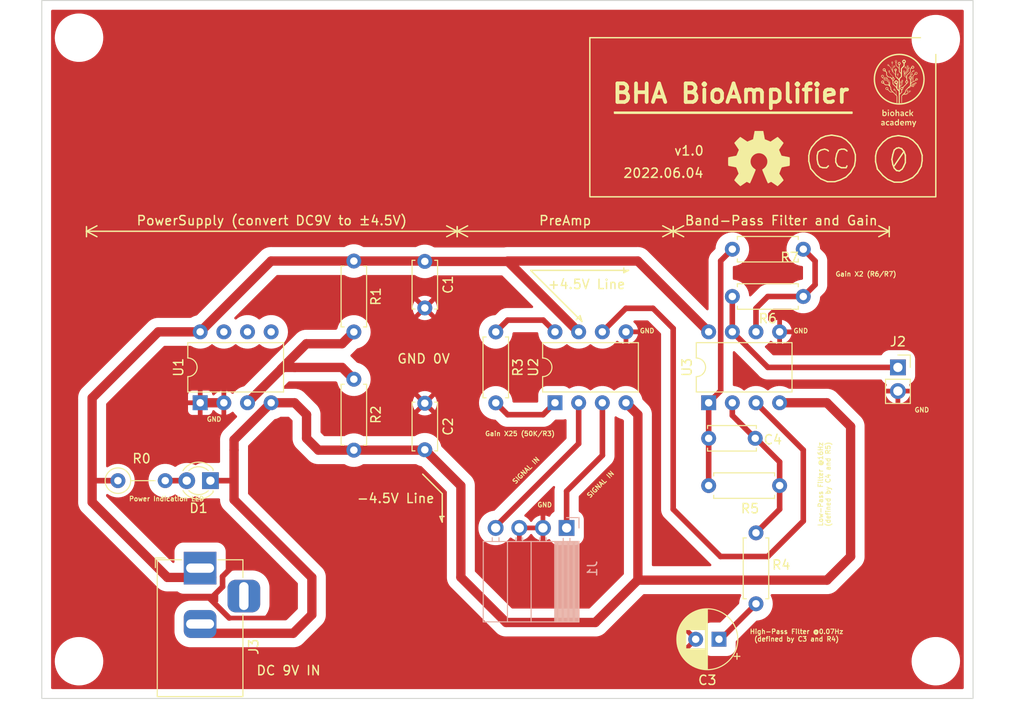
<source format=kicad_pcb>
(kicad_pcb (version 20211014) (generator pcbnew)
  (layers (0 "F.Cu" signal) (31 "B.Cu" signal) (34 "B.Paste" user) (35 "F.Paste" user) (36 "B.SilkS" user "B.Silkscreen") (37 "F.SilkS" user "F.Silkscreen") (38 "B.Mask" user) (39 "F.Mask" user) (44 "Edge.Cuts" user))
  (net 0 "")
  (net 1 "Net-(R3-Pad1)")
  (net 2 "Net-(R0-Pad2)")
  (net 3 "4.5V")
  (net 4 "Net-(R3-Pad2)")
  (net 5 "-4.5V")
  (net 6 "Net-(C4-Pad2)")
  (net 7 "Net-(C3-Pad1)")
  (net 8 "Net-(C4-Pad1)")
  (net 9 "Net-(R6-Pad1)")
  (net 10 "Net-(J2-Pad1)")
  (net 14 "Net-(U2-Pad6)")
  (net 15 "0V")
  (net 17 "Net-(U2-Pad3)")
  (net 18 "Net-(U2-Pad2)")
  (footprint "LED_THT:LED_D3.0mm" (layer "F.Cu") (at 118.10548 101.6 180)
    (fp_text reference "D1" (at 1.27 -2.96) (layer "F.SilkS"))
    (fp_text value "LED_3V_20mA")
    (pad "1" thru_hole rect (at 0 0 180) (size 1.8 1.8) (drill 0.9) (layers *.Cu *.Mask) (net 5 "-4.5V"))
    (pad "2" thru_hole circle (at 2.54 0 180) (size 1.8 1.8) (drill 0.9) (layers *.Cu *.Mask) (net 2 "Net-(R0-Pad2)"))
  )
  (footprint "Resistor_THT:R_Axial_DIN0207_L6.3mm_D2.5mm_P7.62mm_Horizontal" (layer "F.Cu") (at 176.69 107.21 -90)
    (fp_text reference "R4" (at 3.44 -2.71 180) (layer "F.SilkS"))
    (fp_text value "10k")
    (pad "1" thru_hole circle (at 0 0 270) (size 1.6 1.6) (drill 0.8) (layers *.Cu *.Mask) (net 6 "Net-(C4-Pad2)"))
    (pad "2" thru_hole oval (at 7.62 0 270) (size 1.6 1.6) (drill 0.8) (layers *.Cu *.Mask) (net 7 "Net-(C3-Pad1)"))
  )
  (footprint "Resistor_THT:R_Axial_DIN0207_L6.3mm_D2.5mm_P7.62mm_Horizontal" (layer "F.Cu") (at 133.51 90.7 -90)
    (fp_text reference "R2" (at 3.81 -2.37 90) (layer "F.SilkS"))
    (fp_text value "2.2k")
    (pad "1" thru_hole circle (at 0 0 270) (size 1.6 1.6) (drill 0.8) (layers *.Cu *.Mask) (net 5 "-4.5V"))
    (pad "2" thru_hole oval (at 7.62 0 270) (size 1.6 1.6) (drill 0.8) (layers *.Cu *.Mask) (net 5 "-4.5V"))
  )
  (footprint "Symbol:OSHW-Symbol_6.7x6mm_SilkScreen" (layer "F.Cu") (at 177 67)
    (fp_text reference "REF**" hide)
    (fp_text value "OSHW-Symbol_6.7x6mm_SilkScreen" hide)
  )
  (footprint "MountingHole:MountingHole_3.2mm_M3" (layer "F.Cu") (at 196 121)
    (fp_text reference "MH4" hide)
    (fp_text value "MountingHole_3.2mm_M3")
    (pad "" np_thru_hole circle (at 0 0) (size 3.2 3.2) (drill 3.2) (layers *.Cu *.Mask))
  )
  (footprint "LOGO" (layer "F.Cu") (at 192.07586 58.548139)
    (fp_text reference "G***" hide)
    (fp_text value "LOGO" hide)
  )
  (footprint "Capacitor_THT:C_Disc_D5.0mm_W2.5mm_P5.00mm" (layer "F.Cu") (at 141.13 93.28 -90)
    (fp_text reference "C2" (at 2.5 -2.5 90) (layer "F.SilkS"))
    (fp_text value "10u")
    (pad "1" thru_hole circle (at 0 0 270) (size 1.6 1.6) (drill 0.8) (layers *.Cu *.Mask) (net 15 "0V"))
    (pad "2" thru_hole circle (at 5 0 270) (size 1.6 1.6) (drill 0.8) (layers *.Cu *.Mask) (net 5 "-4.5V"))
  )
  (footprint "Capacitor_THT:C_Disc_D5.0mm_W2.5mm_P5.00mm" (layer "F.Cu") (at 171.61 97.05)
    (fp_text reference "C4" (at 6.89 0.15) (layer "F.SilkS"))
    (fp_text value "0.1u")
    (pad "1" thru_hole circle (at 0 0) (size 1.6 1.6) (drill 0.8) (layers *.Cu *.Mask) (net 8 "Net-(C4-Pad1)"))
    (pad "2" thru_hole circle (at 5 0) (size 1.6 1.6) (drill 0.8) (layers *.Cu *.Mask) (net 6 "Net-(C4-Pad2)"))
  )
  (footprint "Package_DIP:DIP-8_W7.62mm" (layer "F.Cu") (at 155.11 93.23 90)
    (fp_text reference "U2" (at 3.81 -2.33 90) (layer "F.SilkS"))
    (fp_text value "LT1167CN8")
    (pad "1" thru_hole rect (at 0 0 90) (size 1.6 1.6) (drill 0.8) (layers *.Cu *.Mask) (net 4 "Net-(R3-Pad2)"))
    (pad "2" thru_hole oval (at 0 2.54 90) (size 1.6 1.6) (drill 0.8) (layers *.Cu *.Mask) (net 18 "Net-(U2-Pad2)"))
    (pad "3" thru_hole oval (at 0 5.08 90) (size 1.6 1.6) (drill 0.8) (layers *.Cu *.Mask) (net 17 "Net-(U2-Pad3)"))
    (pad "4" thru_hole oval (at 0 7.62 90) (size 1.6 1.6) (drill 0.8) (layers *.Cu *.Mask) (net 5 "-4.5V"))
    (pad "5" thru_hole oval (at 7.62 7.62 90) (size 1.6 1.6) (drill 0.8) (layers *.Cu *.Mask) (net 15 "0V"))
    (pad "6" thru_hole oval (at 7.62 5.08 90) (size 1.6 1.6) (drill 0.8) (layers *.Cu *.Mask) (net 14 "Net-(U2-Pad6)"))
    (pad "7" thru_hole oval (at 7.62 2.54 90) (size 1.6 1.6) (drill 0.8) (layers *.Cu *.Mask) (net 3 "4.5V"))
    (pad "8" thru_hole oval (at 7.62 0 90) (size 1.6 1.6) (drill 0.8) (layers *.Cu *.Mask) (net 1 "Net-(R3-Pad1)"))
  )
  (footprint "LOGO" (layer "F.Cu") (at 191.9 62.6)
    (fp_text reference "G***" hide)
    (fp_text value "LOGO" hide)
  )
  (footprint "Resistor_THT:R_Axial_DIN0207_L6.3mm_D2.5mm_P7.62mm_Horizontal" (layer "F.Cu") (at 133.51 78 -90)
    (fp_text reference "R1" (at 3.81 -2.37 90) (layer "F.SilkS"))
    (fp_text value "2.2k")
    (pad "1" thru_hole circle (at 0 0 270) (size 1.6 1.6) (drill 0.8) (layers *.Cu *.Mask) (net 3 "4.5V"))
    (pad "2" thru_hole oval (at 7.62 0 270) (size 1.6 1.6) (drill 0.8) (layers *.Cu *.Mask) (net 5 "-4.5V"))
  )
  (footprint "MountingHole:MountingHole_3.2mm_M3" (layer "F.Cu") (at 104 54)
    (fp_text reference "MH1" hide)
    (fp_text value "MountingHole_3.2mm_M3")
    (pad "" np_thru_hole circle (at 0 0) (size 3.2 3.2) (drill 3.2) (layers *.Cu *.Mask))
  )
  (footprint "MountingHole:MountingHole_3.2mm_M3" (layer "F.Cu") (at 196 54.15)
    (fp_text reference "MT2" hide)
    (fp_text value "MountingHole_3.2mm_M3")
    (pad "" np_thru_hole circle (at 0 0) (size 3.2 3.2) (drill 3.2) (layers *.Cu *.Mask))
  )
  (footprint "Resistor_THT:R_Axial_DIN0207_L6.3mm_D2.5mm_P7.62mm_Horizontal" (layer "F.Cu") (at 171.61 102.13)
    (fp_text reference "R5" (at 4.44 2.47) (layer "F.SilkS"))
    (fp_text value "100k")
    (pad "1" thru_hole circle (at 0 0) (size 1.6 1.6) (drill 0.8) (layers *.Cu *.Mask) (net 8 "Net-(C4-Pad1)"))
    (pad "2" thru_hole oval (at 7.62 0) (size 1.6 1.6) (drill 0.8) (layers *.Cu *.Mask) (net 6 "Net-(C4-Pad2)"))
  )
  (footprint "Connector_PinSocket_2.54mm:PinSocket_1x02_P2.54mm_Vertical" (layer "F.Cu") (at 191.93 89.43)
    (fp_text reference "J2" (at 0 -2.77) (layer "F.SilkS"))
    (fp_text value "Conn_01x02_Female")
    (pad "1" thru_hole rect (at 0 0) (size 1.7 1.7) (drill 1) (layers *.Cu *.Mask) (net 10 "Net-(J2-Pad1)"))
    (pad "2" thru_hole oval (at 0 2.54) (size 1.7 1.7) (drill 1) (layers *.Cu *.Mask) (net 15 "0V"))
  )
  (footprint "Capacitor_THT:CP_Radial_D6.3mm_P2.50mm" (layer "F.Cu") (at 172.71548 118.64 180)
    (fp_text reference "C3" (at 1.25 -4.4 180) (layer "F.SilkS"))
    (fp_text value "220u")
    (pad "1" thru_hole rect (at 0 0 180) (size 1.6 1.6) (drill 0.8) (layers *.Cu *.Mask) (net 7 "Net-(C3-Pad1)"))
    (pad "2" thru_hole circle (at 2.5 0 180) (size 1.6 1.6) (drill 0.8) (layers *.Cu *.Mask) (net 15 "0V"))
  )
  (footprint "Symbol:Symbol_CreativeCommonsPublicDomain_SilkScreenTop_Small" (layer "F.Cu") (at 204.46218 66.925)
    (fp_text reference "REF**" hide)
    (fp_text value "Symbol_CreativeCommonsPublicDomain_SilkScreenTop_Small" hide)
  )
  (footprint "Resistor_THT:R_Axial_DIN0207_L6.3mm_D2.5mm_P7.62mm_Horizontal" (layer "F.Cu") (at 148.75 85.62 -90)
    (fp_text reference "R3" (at 3.81 -2.37 90) (layer "F.SilkS"))
    (fp_text value "2k")
    (pad "1" thru_hole circle (at 0 0 270) (size 1.6 1.6) (drill 0.8) (layers *.Cu *.Mask) (net 1 "Net-(R3-Pad1)"))
    (pad "2" thru_hole oval (at 7.62 0 270) (size 1.6 1.6) (drill 0.8) (layers *.Cu *.Mask) (net 4 "Net-(R3-Pad2)"))
  )
  (footprint "Resistor_THT:R_Axial_DIN0207_L6.3mm_D2.5mm_P7.62mm_Horizontal" (layer "F.Cu") (at 181.77 81.81 180)
    (fp_text reference "R6" (at 3.81 -2.37) (layer "F.SilkS"))
    (fp_text value "20k")
    (pad "1" thru_hole circle (at 0 0 180) (size 1.6 1.6) (drill 0.8) (layers *.Cu *.Mask) (net 9 "Net-(R6-Pad1)"))
    (pad "2" thru_hole oval (at 7.62 0 180) (size 1.6 1.6) (drill 0.8) (layers *.Cu *.Mask) (net 10 "Net-(J2-Pad1)"))
  )
  (footprint "Package_DIP:DIP-8_W7.62mm" (layer "F.Cu") (at 171.61 93.23 90)
    (fp_text reference "U3" (at 3.81 -2.33 90) (layer "F.SilkS"))
    (fp_text value "TLC2272-Q1_D_8")
    (pad "1" thru_hole rect (at 0 0 90) (size 1.6 1.6) (drill 0.8) (layers *.Cu *.Mask) (net 8 "Net-(C4-Pad1)"))
    (pad "2" thru_hole oval (at 0 2.54 90) (size 1.6 1.6) (drill 0.8) (layers *.Cu *.Mask) (net 6 "Net-(C4-Pad2)"))
    (pad "3" thru_hole oval (at 0 5.08 90) (size 1.6 1.6) (drill 0.8) (layers *.Cu *.Mask) (net 14 "Net-(U2-Pad6)"))
    (pad "4" thru_hole oval (at 0 7.62 90) (size 1.6 1.6) (drill 0.8) (layers *.Cu *.Mask) (net 5 "-4.5V"))
    (pad "5" thru_hole oval (at 7.62 7.62 90) (size 1.6 1.6) (drill 0.8) (layers *.Cu *.Mask) (net 15 "0V"))
    (pad "6" thru_hole oval (at 7.62 5.08 90) (size 1.6 1.6) (drill 0.8) (layers *.Cu *.Mask) (net 9 "Net-(R6-Pad1)"))
    (pad "7" thru_hole oval (at 7.62 2.54 90) (size 1.6 1.6) (drill 0.8) (layers *.Cu *.Mask) (net 10 "Net-(J2-Pad1)"))
    (pad "8" thru_hole oval (at 7.62 0 90) (size 1.6 1.6) (drill 0.8) (layers *.Cu *.Mask) (net 3 "4.5V"))
  )
  (footprint "Capacitor_THT:C_Disc_D5.0mm_W2.5mm_P5.00mm" (layer "F.Cu") (at 141.13 78.04 -90)
    (fp_text reference "C1" (at 2.5 -2.5 90) (layer "F.SilkS"))
    (fp_text value "10u")
    (pad "1" thru_hole circle (at 0 0 270) (size 1.6 1.6) (drill 0.8) (layers *.Cu *.Mask) (net 3 "4.5V"))
    (pad "2" thru_hole circle (at 5 0 270) (size 1.6 1.6) (drill 0.8) (layers *.Cu *.Mask) (net 15 "0V"))
  )
  (footprint "MountingHole:MountingHole_3.2mm_M3" (layer "F.Cu") (at 104 121)
    (fp_text reference "MH3" hide)
    (fp_text value "MountingHole_3.2mm_M3")
    (pad "" np_thru_hole circle (at 0 0) (size 3.2 3.2) (drill 3.2) (layers *.Cu *.Mask))
  )
  (footprint "Package_DIP:DIP-8_W7.62mm" (layer "F.Cu") (at 117.01 93.23 90)
    (fp_text reference "U1" (at 3.81 -2.33 90) (layer "F.SilkS"))
    (fp_text value "TLC2272-Q1_D_8")
    (pad "1" thru_hole rect (at 0 0 90) (size 1.6 1.6) (drill 0.8) (layers *.Cu *.Mask) (net 15 "0V"))
    (pad "2" thru_hole oval (at 0 2.54 90) (size 1.6 1.6) (drill 0.8) (layers *.Cu *.Mask) (net 15 "0V"))
    (pad "3" thru_hole oval (at 0 5.08 90) (size 1.6 1.6) (drill 0.8) (layers *.Cu *.Mask))
    (pad "4" thru_hole oval (at 0 7.62 90) (size 1.6 1.6) (drill 0.8) (layers *.Cu *.Mask) (net 5 "-4.5V"))
    (pad "5" thru_hole oval (at 7.62 7.62 90) (size 1.6 1.6) (drill 0.8) (layers *.Cu *.Mask))
    (pad "6" thru_hole oval (at 7.62 5.08 90) (size 1.6 1.6) (drill 0.8) (layers *.Cu *.Mask))
    (pad "7" thru_hole oval (at 7.62 2.54 90) (size 1.6 1.6) (drill 0.8) (layers *.Cu *.Mask))
    (pad "8" thru_hole oval (at 7.62 0 90) (size 1.6 1.6) (drill 0.8) (layers *.Cu *.Mask) (net 3 "4.5V"))
  )
  (footprint "Resistor_THT:R_Axial_DIN0207_L6.3mm_D2.5mm_P5.08mm_Vertical" (layer "F.Cu") (at 108.175 101.6)
    (fp_text reference "R0" (at 2.54 -2.37) (layer "F.SilkS"))
    (fp_text value "300")
    (pad "1" thru_hole circle (at 0 0) (size 1.6 1.6) (drill 0.8) (layers *.Cu *.Mask) (net 3 "4.5V"))
    (pad "2" thru_hole oval (at 5.08 0) (size 1.6 1.6) (drill 0.8) (layers *.Cu *.Mask) (net 2 "Net-(R0-Pad2)"))
  )
  (footprint "Connector_BarrelJack:BarrelJack_Horizontal" (layer "F.Cu") (at 117 111 90)
    (fp_text reference "J3" (at -8.45 5.75 90) (layer "F.SilkS"))
    (fp_text value "Barrel_Jack")
    (pad "1" thru_hole rect (at 0 0 90) (size 3.5 3.5) (drill oval 1 3) (layers *.Cu *.Mask) (net 3 "4.5V"))
    (pad "2" thru_hole roundrect (at -6 0 90) (size 3 3.5) (drill oval 1 3) (layers *.Cu *.Mask) (net 5 "-4.5V"))
    (pad "3" thru_hole roundrect (at -3 4.7 90) (size 3.5 3.5) (drill oval 3 1) (layers *.Cu *.Mask))
  )
  (footprint "Resistor_THT:R_Axial_DIN0207_L6.3mm_D2.5mm_P7.62mm_Horizontal" (layer "F.Cu") (at 181.77 76.73 180)
    (fp_text reference "R7" (at 1.47 -0.87) (layer "F.SilkS"))
    (fp_text value "10k")
    (pad "1" thru_hole circle (at 0 0 180) (size 1.6 1.6) (drill 0.8) (layers *.Cu *.Mask) (net 9 "Net-(R6-Pad1)"))
    (pad "2" thru_hole oval (at 7.62 0 180) (size 1.6 1.6) (drill 0.8) (layers *.Cu *.Mask) (net 8 "Net-(C4-Pad1)"))
  )
  (footprint "Connector_PinSocket_2.54mm:PinSocket_1x04_P2.54mm_Horizontal" (layer "B.Cu") (at 156.355 106.68 90)
    (fp_text reference "J1" (at -4.38 2.77 270) (layer "B.SilkS") (effects (justify mirror)))
    (fp_text value "Conn_01x04_Female")
    (pad "1" thru_hole rect (at 0 0 90) (size 1.7 1.7) (drill 1) (layers *.Cu *.Mask) (net 17 "Net-(U2-Pad3)"))
    (pad "2" thru_hole oval (at 0 -2.54 90) (size 1.7 1.7) (drill 1) (layers *.Cu *.Mask) (net 15 "0V"))
    (pad "3" thru_hole oval (at 0 -5.08 90) (size 1.7 1.7) (drill 1) (layers *.Cu *.Mask) (net 15 "0V"))
    (pad "4" thru_hole oval (at 0 -7.62 90) (size 1.7 1.7) (drill 1) (layers *.Cu *.Mask) (net 18 "Net-(U2-Pad2)"))
  )
  (gr_line (start 140.9 100.9) (end 143 103) (layer "F.SilkS") (width 0.15))
  (gr_line (start 157.8 83.875) (end 157.4 84.3) (layer "F.SilkS") (width 0.15))
  (gr_line (start 143 106.05) (end 142.75 105.45) (layer "F.SilkS") (width 0.15))
  (gr_line (start 163 79) (end 162.5 79.25) (layer "F.SilkS") (width 0.15))
  (gr_line (start 158 84.5) (end 157.8 83.875) (layer "F.SilkS") (width 0.15))
  (gr_rect (start 196 54) (end 158.85 71.1) (layer "F.SilkS") (width 0.15) (fill none))
  (gr_line (start 162.5 78.75) (end 162.5 79.25) (layer "F.SilkS") (width 0.15))
  (gr_line (start 163 79) (end 152.5 79) (layer "F.SilkS") (width 0.15))
  (gr_line (start 158 84.5) (end 152.5 79) (layer "F.SilkS") (width 0.15))
  (gr_rect (start 187 62.124196) (end 161.5 62) (layer "F.SilkS") (width 0.15) (fill none))
  (gr_circle (center 192.069803 58.458139) (end 194.575748 57.548139) (layer "F.SilkS") (width 0.15) (fill none))
  (gr_line (start 142.75 105.45) (end 143.2 105.45) (layer "F.SilkS") (width 0.15))
  (gr_line (start 143 103) (end 143 106.05) (layer "F.SilkS") (width 0.15))
  (gr_rect (start 100 50) (end 200 125) (layer "Edge.Cuts") (width 0.1) (fill none))
  (gr_text "GND" (at 165 85.5) (layer "F.SilkS") (effects (font (size 0.5 0.5) (thickness 0.1))))
  (gr_text "-4.5V Line" (at 138 103.5) (layer "F.SilkS") (effects (font (size 1 1))))
  (gr_text "Gain X2 (R6/R7)" (at 188.5 79.4) (layer "F.SilkS") (effects (font (size 0.5 0.5) (thickness 0.1))))
  (gr_text "Low-Pass Filter @16Hz\n(defined by C4 and R5)" (at 184.03 101.98 90) (layer "F.SilkS") (effects (font (size 0.5 0.5) (thickness 0.1))))
  (gr_text "Gain X25 (50K/R3)" (at 151.35 96.55) (layer "F.SilkS") (effects (font (size 0.5 0.5) (thickness 0.1))))
  (gr_text "GND" (at 118.5 95) (layer "F.SilkS") (effects (font (size 0.5 0.5) (thickness 0.1))))
  (gr_text "Power Indication LED" (at 113.4 103.55) (layer "F.SilkS") (effects (font (size 0.5 0.5) (thickness 0.1))))
  (gr_text "2022.06.04" (at 166.75 68.55) (layer "F.SilkS") (effects (font (size 1 1))))
  (gr_text "SIGNAL IN\n" (at 160 102 45) (layer "F.SilkS") (effects (font (size 0.5 0.5) (thickness 0.1))))
  (gr_text "GND" (at 194.5 94) (layer "F.SilkS") (effects (font (size 0.5 0.5) (thickness 0.1))))
  (gr_text "GND" (at 154 104.2) (layer "F.SilkS") (effects (font (size 0.5 0.5) (thickness 0.1))))
  (gr_text "+4.5V Line" (at 158.5 80.5) (layer "F.SilkS") (effects (font (size 1 1))))
  (gr_text "BHA BioAmplifier" (at 174 60) (layer "F.SilkS") (effects (font (size 2 2) (thickness 0.4))))
  (gr_text "High-Pass Filter @0.07Hz\n(defined by C3 and R4)" (at 181.05 118.22) (layer "F.SilkS") (effects (font (size 0.5 0.5) (thickness 0.1))))
  (gr_text "v1.0" (at 169.5 66.15) (layer "F.SilkS") (effects (font (size 1 1))))
  (gr_text "SIGNAL IN\n" (at 152 100.5 45) (layer "F.SilkS") (effects (font (size 0.5 0.5) (thickness 0.1))))
  (gr_text "GND" (at 181.5 85.5) (layer "F.SilkS") (effects (font (size 0.5 0.5) (thickness 0.1))))
  (gr_text "GND 0V" (at 141 88.5) (layer "F.SilkS") (effects (font (size 1 1))))
  (gr_text "DC 9V IN" (at 126.5 122) (layer "F.SilkS") (effects (font (size 1 1))))
  (dimension (type aligned) (layer "F.SilkS") (pts (xy 144.6 73.800001) (xy 167.8 73.8)) (height 0.999999) (gr_text "PreAmp" (at 156.2 73.65) (layer "F.SilkS") (effects (font (size 1 1) (thickness 0.15)))) (format (units 3) (units_format 0) (precision 4) (override_value "PreAmp")) (style (thickness 0.15) (arrow_length 1.27) (text_position_mode 0) (extension_height 0.58642) (extension_offset 0.5) keep_text_aligned))
  (dimension (type aligned) (layer "F.SilkS") (pts (xy 167.8 73.8) (xy 191 73.799999)) (height 0.999999) (gr_text "Band-Pass Filter and Gain" (at 179.4 73.649999) (layer "F.SilkS") (effects (font (size 1 1) (thickness 0.15)))) (format (units 3) (units_format 0) (precision 4) (override_value "Band-Pass Filter and Gain")) (style (thickness 0.15) (arrow_length 1.27) (text_position_mode 0) (extension_height 0.58642) (extension_offset 0.5) keep_text_aligned))
  (dimension (type aligned) (layer "F.SilkS") (pts (xy 104.8 73.800001) (xy 144.6 73.800001)) (height 0.999999) (gr_text "PowerSupply (convert DC9V to ±4.5V)" (at 124.7 73.65) (layer "F.SilkS") (effects (font (size 1 1) (thickness 0.15)))) (format (units 3) (units_format 0) (precision 4) (override_value "PowerSupply (convert DC9V to ±4.5V)")) (style (thickness 0.15) (arrow_length 1.27) (text_position_mode 0) (extension_height 0.58642) (extension_offset 0.5) keep_text_aligned))
  (segment (start 153.85 84.35) (end 150.02 84.35) (width 0.6) (layer "F.Cu") (net 1))
  (segment (start 150.02 84.35) (end 148.75 85.62) (width 0.6) (layer "F.Cu") (net 1))
  (segment (start 155.11 85.61) (end 153.85 84.35) (width 0.6) (layer "F.Cu") (net 1))
  (segment (start 115.56548 101.6) (end 113.255 101.6) (width 0.6) (layer "F.Cu") (net 2))
  (segment (start 105.40548 103.90548) (end 113.5 112) (width 1) (layer "F.Cu") (net 3))
  (segment (start 150.06 78.04) (end 157.63 85.61) (width 1) (layer "F.Cu") (net 3))
  (segment (start 117.01 85.61) (end 124.62 78) (width 1) (layer "F.Cu") (net 3))
  (segment (start 141.13 78.04) (end 150.06 78.04) (width 1) (layer "F.Cu") (net 3))
  (segment (start 117 85.61) (end 117.01 85.62) (width 0.25) (layer "F.Cu") (net 3))
  (segment (start 108.175 101.6) (end 105.40548 101.6) (width 0.6) (layer "F.Cu") (net 3))
  (segment (start 105.40548 92.71452) (end 105.40548 103.90548) (width 1) (layer "F.Cu") (net 3))
  (segment (start 113.5 112) (end 118.27 112) (width 1) (layer "F.Cu") (net 3))
  (segment (start 133.51 78) (end 141.09 78) (width 1) (layer "F.Cu") (net 3))
  (segment (start 117 85.61) (end 112.51 85.61) (width 1) (layer "F.Cu") (net 3))
  (segment (start 164 78) (end 171.61 85.61) (width 1) (layer "F.Cu") (net 3))
  (segment (start 157.65 85.61) (end 157.67 85.61) (width 0.25) (layer "F.Cu") (net 3))
  (segment (start 150.02 78) (end 164 78) (width 1) (layer "F.Cu") (net 3))
  (segment (start 112.51 85.61) (end 105.40548 92.71452) (width 1) (layer "F.Cu") (net 3))
  (segment (start 157.63 85.61) (end 157.65 85.61) (width 0.25) (layer "F.Cu") (net 3))
  (segment (start 124.62 78) (end 133.51 78) (width 1) (layer "F.Cu") (net 3))
  (segment (start 141.09 78) (end 141.13 78.04) (width 0.25) (layer "F.Cu") (net 3))
  (segment (start 150.02 94.51) (end 153.83 94.51) (width 0.6) (layer "F.Cu") (net 4))
  (segment (start 153.83 94.51) (end 155.11 93.23) (width 0.6) (layer "F.Cu") (net 4))
  (segment (start 148.75 93.24) (end 150.02 94.51) (width 0.6) (layer "F.Cu") (net 4))
  (segment (start 127 118) (end 118.27 118) (width 1) (layer "F.Cu") (net 5))
  (segment (start 118.10548 101.6) (end 120.64548 101.6) (width 0.6) (layer "F.Cu") (net 5))
  (segment (start 132.24 89.43) (end 127.16 89.43) (width 1) (layer "F.Cu") (net 5))
  (segment (start 125.89 89.43) (end 122.09 93.23) (width 1) (layer "F.Cu") (net 5))
  (segment (start 179.23 93.23) (end 184.3 93.23) (width 1) (layer "F.Cu") (net 5))
  (segment (start 120.64548 98.32) (end 120.64548 103.64548) (width 1) (layer "F.Cu") (net 5))
  (segment (start 128.43 97.05) (end 129.7 98.32) (width 1) (layer "F.Cu") (net 5))
  (segment (start 133.51 98.32) (end 141.09 98.32) (width 1) (layer "F.Cu") (net 5))
  (segment (start 186.85 109.75) (end 184.31 112.29) (width 1) (layer "F.Cu") (net 5))
  (segment (start 129 116) (end 127 118) (width 1) (layer "F.Cu") (net 5))
  (segment (start 184.31 112.29) (end 163.99 112.29) (width 1) (layer "F.Cu") (net 5))
  (segment (start 145 102.15) (end 141.13 98.28) (width 1) (layer "F.Cu") (net 5))
  (segment (start 127.16 89.43) (end 125.89 89.43) (width 1) (layer "F.Cu") (net 5))
  (segment (start 141.09 98.32) (end 141.13 98.28) (width 0.25) (layer "F.Cu") (net 5))
  (segment (start 128.43 94.51) (end 128.43 97.03) (width 1) (layer "F.Cu") (net 5))
  (segment (start 162.73 93.23) (end 164.01 94.51) (width 1) (layer "F.Cu") (net 5))
  (segment (start 128.43 97.03) (end 128.43 97.05) (width 0.25) (layer "F.Cu") (net 5))
  (segment (start 120.64548 97.21452) (end 120.64548 98.32) (width 1) (layer "F.Cu") (net 5))
  (segment (start 164.01 94.51) (end 164.01 112.27) (width 1) (layer "F.Cu") (net 5))
  (segment (start 128.41 86.89) (end 125.7 89.6) (width 1) (layer "F.Cu") (net 5))
  (segment (start 124.62 93.24) (end 120.64548 97.21452) (width 1) (layer "F.Cu") (net 5))
  (segment (start 159.44 116.84) (end 149.86 116.84) (width 1) (layer "F.Cu") (net 5))
  (segment (start 149.86 116.84) (end 145 111.98) (width 1) (layer "F.Cu") (net 5))
  (segment (start 124.63 93.23) (end 127.15 93.23) (width 1) (layer "F.Cu") (net 5))
  (segment (start 127.15 93.23) (end 128.43 94.51) (width 1) (layer "F.Cu") (net 5))
  (segment (start 145 111.98) (end 145 102.15) (width 1) (layer "F.Cu") (net 5))
  (segment (start 129 112) (end 129 116) (width 1) (layer "F.Cu") (net 5))
  (segment (start 186.85 95.78) (end 186.85 109.75) (width 1) (layer "F.Cu") (net 5))
  (segment (start 132.24 86.89) (end 128.41 86.89) (width 1) (layer "F.Cu") (net 5))
  (segment (start 133.51 90.7) (end 132.24 89.43) (width 1) (layer "F.Cu") (net 5))
  (segment (start 120.64548 103.64548) (end 129 112) (width 1) (layer "F.Cu") (net 5))
  (segment (start 184.3 93.23) (end 186.85 95.78) (width 1) (layer "F.Cu") (net 5))
  (segment (start 133.51 85.62) (end 132.24 86.89) (width 1) (layer "F.Cu") (net 5))
  (segment (start 164.01 112.27) (end 159.44 116.84) (width 1) (layer "F.Cu") (net 5))
  (segment (start 129.7 98.32) (end 133.51 98.32) (width 1) (layer "F.Cu") (net 5))
  (segment (start 176.61 97.05) (end 174.15 94.59) (width 0.6) (layer "F.Cu") (net 6))
  (segment (start 179.23 99.59) (end 176.69 97.05) (width 0.6) (layer "F.Cu") (net 6))
  (segment (start 176.69 107.21) (end 179.23 104.67) (width 0.6) (layer "F.Cu") (net 6))
  (segment (start 176.69 97.05) (end 176.61 97.05) (width 0.25) (layer "F.Cu") (net 6))
  (segment (start 179.23 102.13) (end 179.23 99.59) (width 0.6) (layer "F.Cu") (net 6))
  (segment (start 174.15 93.24) (end 174.15 93.23) (width 0.25) (layer "F.Cu") (net 6))
  (segment (start 176.61 96.8153) (end 176.69 96.7353) (width 0.25) (layer "F.Cu") (net 6))
  (segment (start 174.15 94.59) (end 174.15 93.24) (width 0.6) (layer "F.Cu") (net 6))
  (segment (start 179.23 104.67) (end 179.23 102.13) (width 0.6) (layer "F.Cu") (net 6))
  (segment (start 176.61 97.05) (end 176.61 96.8153) (width 0.25) (layer "B.Cu") (net 6))
  (segment (start 176.69 114.85) (end 172.86 118.68) (width 0.6) (layer "F.Cu") (net 7))
  (segment (start 176.69 114.83) (end 176.69 114.85) (width 0.25) (layer "F.Cu") (net 7))
  (segment (start 172.900489 91.939511) (end 172.900489 77.979511) (width 0.6) (layer "F.Cu") (net 8))
  (segment (start 171.61 93.23) (end 172.900489 91.939511) (width 0.6) (layer "F.Cu") (net 8))
  (segment (start 171.61 97.05) (end 171.61 102.13) (width 0.6) (layer "F.Cu") (net 8))
  (segment (start 172.900489 77.979511) (end 174.15 76.73) (width 0.6) (layer "F.Cu") (net 8))
  (segment (start 171.61 97.05) (end 171.61 93.23) (width 0.6) (layer "F.Cu") (net 8))
  (segment (start 177.96 81.81) (end 181.77 81.81) (width 0.6) (layer "F.Cu") (net 9))
  (segment (start 176.69 85.61) (end 176.69 83.08) (width 0.6) (layer "F.Cu") (net 9))
  (segment (start 183.04 78) (end 181.77 76.73) (width 0.6) (layer "F.Cu") (net 9))
  (segment (start 181.77 81.81) (end 183.04 80.54) (width 0.6) (layer "F.Cu") (net 9))
  (segment (start 176.69 83.08) (end 177.96 81.81) (width 0.6) (layer "F.Cu") (net 9))
  (segment (start 183.04 80.54) (end 183.04 78) (width 0.6) (layer "F.Cu") (net 9))
  (segment (start 174.15 81.81) (end 174.15 85.61) (width 0.6) (layer "F.Cu") (net 10))
  (segment (start 191.93 89.43) (end 177.96 89.43) (width 0.6) (layer "F.Cu") (net 10))
  (segment (start 177.97 89.43) (end 174.15 85.61) (width 0.6) (layer "F.Cu") (net 10))
  (segment (start 167.8 104.67) (end 167.8 85.25) (width 0.6) (layer "F.Cu") (net 14))
  (segment (start 172.88 109.75) (end 167.8 104.67) (width 0.6) (layer "F.Cu") (net 14))
  (segment (start 181.77 105.94) (end 177.96 109.75) (width 0.6) (layer "F.Cu") (net 14))
  (segment (start 177.96 109.75) (end 172.88 109.75) (width 0.6) (layer "F.Cu") (net 14))
  (segment (start 181.77 98.31) (end 181.77 105.94) (width 0.6) (layer "F.Cu") (net 14))
  (segment (start 167.8 85.25) (end 165.63 83.08) (width 0.6) (layer "F.Cu") (net 14))
  (segment (start 176.69 93.23) (end 181.77 98.31) (width 0.6) (layer "F.Cu") (net 14))
  (segment (start 162.72 83.08) (end 160.19 85.61) (width 0.6) (layer "F.Cu") (net 14))
  (segment (start 165.63 83.08) (end 162.72 83.08) (width 0.6) (layer "F.Cu") (net 14))
  (segment (start 117.01 93.23) (end 119.55 93.23) (width 1) (layer "F.Cu") (net 15))
  (segment (start 120.13 116.36) (end 117.97 114.2) (width 0.6) (layer "F.Cu") (net 15))
  (segment (start 119.41048 112.99952) (end 118.48 113.93) (width 0.6) (layer "F.Cu") (net 15))
  (segment (start 119.41048 111.88952) (end 119.41048 112.99952) (width 0.6) (layer "F.Cu") (net 15))
  (segment (start 126.16 116.36) (end 120.13 116.36) (width 0.5) (layer "F.Cu") (net 15))
  (segment (start 120.24 111.06) (end 119.41048 111.88952) (width 0.6) (layer "F.Cu") (net 15))
  (segment (start 119.55 93.23) (end 119.55 93.25) (width 0.25) (layer "B.Cu") (net 15))
  (segment (start 156.355 102.725) (end 156.355 106.68) (width 0.6) (layer "F.Cu") (net 17))
  (segment (start 160.2 93.24) (end 160.2 98.88) (width 0.6) (layer "F.Cu") (net 17))
  (segment (start 160.2 98.88) (end 156.355 102.725) (width 0.6) (layer "F.Cu") (net 17))
  (segment (start 160.19 93.23) (end 160.2 93.24) (width 0.25) (layer "F.Cu") (net 17))
  (segment (start 157.65 93.23) (end 157.65 97.62) (width 0.6) (layer "F.Cu") (net 18))
  (segment (start 157.65 97.62) (end 148.735 106.535) (width 0.6) (layer "F.Cu") (net 18))
  (segment (start 148.735 106.535) (end 148.735 106.68) (width 0.5) (layer "F.Cu") (net 18))
  (zone (net 15) (net_name "0V") (layer "F.Cu") (connect_pads (clearance 1)) (min_thickness 0.254) (fill yes (thermal_gap 0.508) (thermal_bridge_width 0.508))
    (polygon (pts (xy 200 125) (xy 100 125) (xy 100 50) (xy 200 50)))
  )
)
</source>
